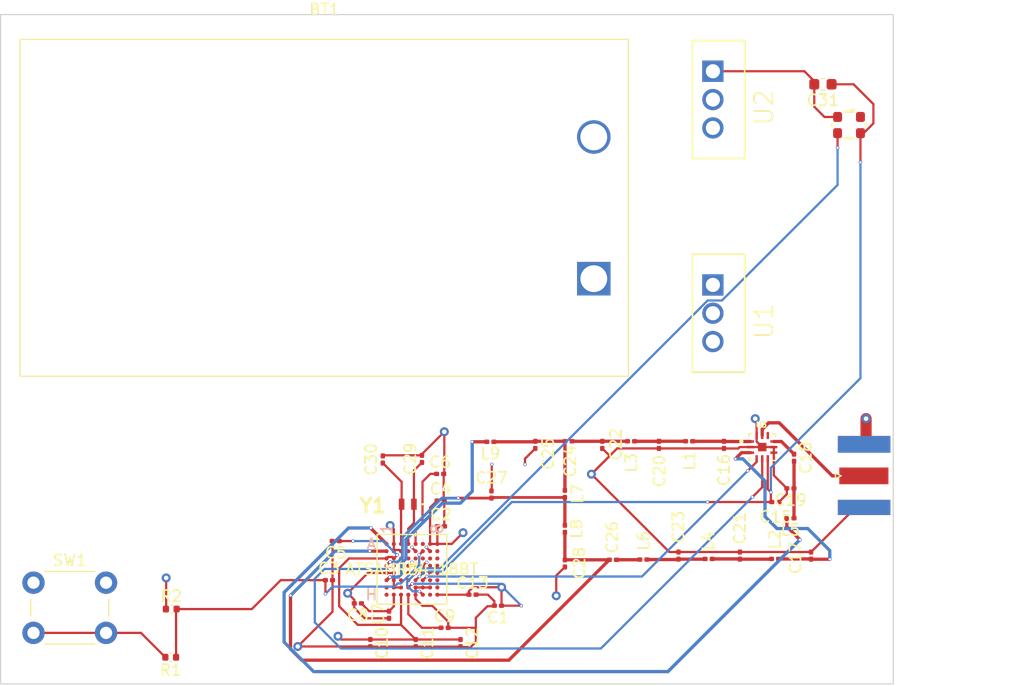
<source format=kicad_pcb>
(kicad_pcb (version 20211014) (generator pcbnew)
  (layers (0 "F.Cu" signal) (1 "In1.Cu" signal "GND") (2 "In2.Cu" signal "PWR") (31 "B.Cu" signal) (34 "B.Paste" user) (35 "F.Paste" user) (36 "B.SilkS" user "B.Silkscreen") (37 "F.SilkS" user "F.Silkscreen") (38 "B.Mask" user) (39 "F.Mask" user) (44 "Edge.Cuts" user))
  (net 0 "")
  (net 1 "Net-(BT1-Pad1)")
  (net 2 "GND")
  (net 3 "RFSW PWR")
  (net 4 "Net-(C16-Pad1)")
  (net 5 "Net-(C17-Pad1)")
  (net 6 "Net-(C18-Pad1)")
  (net 7 "Net-(C18-Pad2)")
  (net 8 "Net-(C20-Pad1)")
  (net 9 "Net-(C21-Pad1)")
  (net 10 "Net-(C22-Pad1)")
  (net 11 "Net-(C23-Pad1)")
  (net 12 "Net-(C24-Pad2)")
  (net 13 "Net-(C26-Pad1)")
  (net 14 "RFO HF")
  (net 15 "VR PA")
  (net 16 "PA01 XOUT32")
  (net 17 "PA00 XIN32")
  (net 18 "Net-(J1-Pad1)")
  (net 19 "RFI HF")
  (net 20 "PA BOOST")
  (net 21 "TXRX")
  (net 22 "BAND SEL")
  (net 23 "XTA")
  (net 25 "VDD")
  (net 26 "Net-(C3-Pad1)")
  (net 27 "VDDA")
  (net 28 "Net-(C6-Pad1)")
  (net 29 "Net-(C7-Pad1)")
  (net 30 "Net-(C9-Pad1)")
  (net 31 "Net-(R1-Pad2)")
  (net 36 "PA05 S0 UART RX")
  (net 41 "PA04 S0 UART TX")
  (footprint "Capacitor_SMD:C_0603_1608Metric" (layer "F.Cu") (at 110.3884 39.878 180)
    (fp_text reference "C31")
    (fp_text value "100nF")
  )
  (footprint "Inductor_SMD:L_0201_0603Metric" (layer "F.Cu") (at 93.2 71.875 180)
    (fp_text reference "L3")
    (fp_text value "10nH")
  )
  (footprint "Capacitor_SMD:C_0201_0603Metric" (layer "F.Cu") (at 76.5048 88.5952)
    (fp_text reference "C9")
    (fp_text value "100nF" hide)
  )
  (footprint "Capacitor_SMD:C_0201_0603Metric" (layer "F.Cu") (at 70.9676 73.5076 90)
    (fp_text reference "C30")
    (fp_text value "10pF")
  )
  (footprint "Capacitor_SMD:C_0201_0603Metric" (layer "F.Cu") (at 76.1 74.8)
    (fp_text reference "C6")
    (fp_text value "100nF" hide)
  )
  (footprint "Capacitor_SMD:C_0402_1005Metric" (layer "F.Cu") (at 51.9684 91.2368 180)
    (fp_text reference "R1")
    (fp_text value "330")
  )
  (footprint "footprints:ATSAMR34J18BT-I&slash_7JX" (layer "F.Cu") (at 73.5761 83.3578)
    (fp_text reference "U4")
    (fp_text value "ATSAMR34J18BT")
  )
  (footprint "Capacitor_SMD:C_0201_0603Metric" (layer "F.Cu") (at 66.7512 80.8228 180)
    (fp_text reference "C5")
    (fp_text value "100nF")
  )
  (footprint "Capacitor_SMD:C_0201_0603Metric" (layer "F.Cu") (at 106.125 77.325)
    (fp_text reference "C15")
    (fp_text value "1nF")
  )
  (footprint "Capacitor_SMD:C_0201_0603Metric" (layer "F.Cu") (at 68.7324 86.4108 180)
    (fp_text reference "C8")
    (fp_text value "100nF" hide)
  )
  (footprint "Inductor_SMD:L_0201_0603Metric" (layer "F.Cu") (at 100.15 82.425 180)
    (fp_text reference "L4")
    (fp_text value "10nH")
  )
  (footprint "Capacitor_SMD:C_0201_0603Metric" (layer "F.Cu") (at 76.175 79.5)
    (fp_text reference "C2")
    (fp_text value "100nF" hide)
  )
  (footprint "Capacitor_SMD:C_0201_0603Metric" (layer "F.Cu") (at 107.475 76.1 180)
    (fp_text reference "C19")
    (fp_text value "2.7pF")
  )
  (footprint "Oscillator_1:Oscilator_2.5x2.0" (layer "F.Cu") (at 112.7252 43.534 180)
    (fp_text reference "XC1" hide)
    (fp_text value "TYETBCSANF-32.000000")
  )
  (footprint "Capacitor_SMD:C_0201_0603Metric" (layer "F.Cu") (at 102.95 82.125 90)
    (fp_text reference "C21")
    (fp_text value "5.6pF")
  )
  (footprint "Capacitor_SMD:C_0201_0603Metric" (layer "F.Cu") (at 73.914 89.9668 -90)
    (fp_text reference "C11")
    (fp_text value "100nF" hide)
  )
  (footprint "Capacitor_SMD:C_0201_0603Metric" (layer "F.Cu") (at 74.4728 73.4568 90)
    (fp_text reference "C29")
    (fp_text value "10pF")
  )
  (footprint "Inductor_SMD:L_0201_0603Metric" (layer "F.Cu") (at 98.4 71.875 180)
    (fp_text reference "L1")
    (fp_text value "10nH")
  )
  (footprint "Button_Switch_THT:SW_PUSH_6mm" (layer "F.Cu") (at 39.6772 84.5524)
    (fp_text reference "SW1")
    (fp_text value "SW_Reset")
  )
  (footprint "Capacitor_SMD:C_0201_0603Metric" (layer "F.Cu") (at 95.7 72.2 -90)
    (fp_text reference "C20")
    (fp_text value "5.6pF")
  )
  (footprint "KiCad:ABS0532768KHZ9T" (layer "F.Cu") (at 73.2028 77.5208 180)
    (fp_text reference "Y1")
    (fp_text value "ABS05-32.768KHZ-9-T" hide)
  )
  (footprint "Capacitor_SMD:C_0201_0603Metric" (layer "F.Cu") (at 87.6 71.875 180)
    (fp_text reference "C24")
    (fp_text value "18pF")
  )
  (footprint "Battery:BatteryHolder_Eagle_12BH611-GR" (layer "F.Cu") (at 89.8652 57.3024)
    (fp_text reference "BT1")
    (fp_text value "Battery")
  )
  (footprint "Inductor_SMD:L_0201_0603Metric" (layer "F.Cu") (at 80.6 71.925 180)
    (fp_text reference "L9")
    (fp_text value "2.2nH")
  )
  (footprint "Capacitor_SMD:C_0402_1005Metric" (layer "F.Cu") (at 52.0192 86.9188)
    (fp_text reference "R2")
    (fp_text value "10K")
  )
  (footprint "Capacitor_SMD:C_0201_0603Metric" (layer "F.Cu") (at 77.9272 89.9668 -90)
    (fp_text reference "C12")
    (fp_text value "4.7pF")
  )
  (footprint "LM1117T-3:TO254P470X1016X2222-3P" (layer "F.Cu") (at 101.5492 62.9412 -90)
    (fp_text reference "U1")
    (fp_text value "LM1117-3.3")
  )
  (footprint "Capacitor_SMD:C_0201_0603Metric" (layer "F.Cu") (at 80.7 76.65 90)
    (fp_text reference "C27")
    (fp_text value "4.7nF")
  )
  (footprint "Capacitor_SMD:C_0201_0603Metric" (layer "F.Cu") (at 90.625 72.2 -90)
    (fp_text reference "C22")
    (fp_text value "3.3pF")
  )
  (footprint "Capacitor_SMD:C_0201_0603Metric" (layer "F.Cu") (at 87.275 82.825 -90)
    (fp_text reference "C28")
    (fp_text value "3.9pF")
  )
  (footprint "LM1117T-3:TO254P470X1016X2222-3P" (layer "F.Cu") (at 101.5492 43.7896 -90)
    (fp_text reference "U2")
    (fp_text value "LM1117-3.3")
  )
  (footprint "Capacitor_SMD:C_0201_0603Metric" (layer "F.Cu") (at 107.8 73.35 -90)
    (fp_text reference "C18")
    (fp_text value "47pF")
  )
  (footprint "Capacitor_SMD:C_0201_0603Metric" (layer "F.Cu") (at 79 85.625)
    (fp_text reference "C13")
    (fp_text value "100nF" hide)
  )
  (footprint "Inductor_SMD:L_0201_0603Metric" (layer "F.Cu") (at 107.475 78.775 180)
    (fp_text reference "L5")
    (fp_text value "10nH")
  )
  (footprint "Capacitor_SMD:C_0201_0603Metric" (layer "F.Cu") (at 81.28 86.614 180)
    (fp_text reference "C1")
    (fp_text value "100nF" hide)
  )
  (footprint "Inductor_SMD:L_0201_0603Metric" (layer "F.Cu") (at 94.3 82.48 180)
    (fp_text reference "L6")
    (fp_text value "11nH")
  )
  (footprint "Capacitor_SMD:C_0201_0603Metric" (layer "F.Cu") (at 71.5264 87.4268 -90)
    (fp_text reference "C7")
    (fp_text value "33pF")
  )
  (footprint "Inductor_SMD:L_0201_0603Metric" (layer "F.Cu") (at 87.275 76.595 -90)
    (fp_text reference "L7")
    (fp_text value "33nH")
  )
  (footprint "Inductor_SMD:L_0201_0603Metric" (layer "F.Cu") (at 87.275 79.725 -90)
    (fp_text reference "L8")
    (fp_text value "33nH")
  )
  (footprint "Capacitor_SMD:C_0201_0603Metric" (layer "F.Cu") (at 101.525 72.2 -90)
    (fp_text reference "C16")
    (fp_text value "3.3pF")
  )
  (footprint "Capacitor_SMD:C_0201_0603Metric" (layer "F.Cu") (at 76.15 77.2)
    (fp_text reference "C4")
    (fp_text value "100nF" hide)
  )
  (footprint "Capacitor_SMD:C_0201_0603Metric" (layer "F.Cu") (at 109.325 82.125 90)
    (fp_text reference "C17")
    (fp_text value "3.3pF")
  )
  (footprint "SKY13373-460LF:QFN50P200X200X65-13N" (layer "F.Cu") (at 104.95 72.4)
    (fp_text reference "U3")
    (fp_text value "SKY13373-460LF")
  )
  (footprint "Capacitor_SMD:C_0201_0603Metric" (layer "F.Cu") (at 97.45 82.125 90)
    (fp_text reference "C23")
    (fp_text value "8.2pF")
  )
  (footprint "Capacitor_SMD:C_0201_0603Metric" (layer "F.Cu") (at 91.575 82.5 180)
    (fp_text reference "C26")
    (fp_text value "22pF")
  )
  (footprint "Inductor_SMD:L_0201_0603Metric" (layer "F.Cu") (at 106.1 82.425 180)
    (fp_text reference "L2")
    (fp_text value "10nH")
  )
  (footprint "Capacitor_SMD:C_0201_0603Metric" (layer "F.Cu") (at 66.1416 84.328)
    (fp_text reference "C3")
    (fp_text value "100nF" hide)
  )
  (footprint "SMA:SMA_J_P_X_ST_EM1_EdgeMount" (layer "F.Cu") (at 113.9263 74.9808)
    (fp_text reference "J1" hide)
    (fp_text value "SMA_CONNECTOR")
  )
  (footprint "Capacitor_SMD:C_0201_0603Metric" (layer "F.Cu") (at 69.85 89.9668 -90)
    (fp_text reference "C10")
    (fp_text value "100nF" hide)
  )
  (footprint "Capacitor_SMD:C_0201_0603Metric" (layer "F.Cu") (at 84.625 72.2 -90)
    (fp_text reference "C25")
    (fp_text value "3.9pF")
  )
  (gr_rect (start 36.7284 33.6296) (end 116.6876 93.6244) (layer "Edge.Cuts") (width 0.1) (fill none))
  (segment (start 77.9628 90.3224) (end 77.9272 90.2868) (width 0.2) (layer "F.Cu") (net 2))
  (segment (start 71.9511 84.3328) (end 71.9511 83.6828) (width 0.2) (layer "F.Cu") (net 2))
  (segment (start 80.725 73.95) (end 80.725 76.305) (width 0.2) (layer "F.Cu") (net 2))
  (segment (start 72.0589 81.625) (end 71.9511 81.7328) (width 0.2) (layer "F.Cu") (net 2))
  (segment (start 73.575 82.725) (end 73.5589 82.725) (width 0.2) (layer "F.Cu") (net 2))
  (segment (start 86.5 83.92) (end 87.275 83.145) (width 0.2) (layer "F.Cu") (net 2))
  (segment (start 86.5 85.725) (end 86.5 83.92) (width 0.2) (layer "F.Cu") (net 2))
  (segment (start 76.47 77.2) (end 76.47 79.475) (width 0.2) (layer "F.Cu") (net 2))
  (segment (start 74.5511 84.9828) (end 75.2011 84.9828) (width 0.2) (layer "F.Cu") (net 2))
  (segment (start 69.6316 83.6828) (end 67.818 85.4964) (width 0.2) (layer "F.Cu") (net 2))
  (segment (start 100.5332 38.7096) (end 108.725 38.7096) (width 0.2) (layer "F.Cu") (net 2))
  (segment (start 104.45 71.36) (end 104.45 69.975) (width 0.2) (layer "F.Cu") (net 2))
  (segment (start 73.9011 86.0011) (end 74.525 86.625) (width 0.2) (layer "F.Cu") (net 2))
  (segment (start 73.9011 85.6328) (end 73.9011 86.0011) (width 0.2) (layer "F.Cu") (net 2))
  (segment (start 71.5264 87.7468) (end 69.338715 87.7468) (width 0.2) (layer "F.Cu") (net 2))
  (segment (start 83.7 73.445) (end 84.625 72.52) (width 0.2) (layer "F.Cu") (net 2))
  (segment (start 114.25 71.9821) (end 114.0763 72.1558) (width 1) (layer "F.Cu") (net 2))
  (segment (start 76.42 74.8) (end 76.475 74.745) (width 0.2) (layer "F.Cu") (net 2))
  (segment (start 79.2988 88.7984) (end 79.2988 89.8652) (width 0.2) (layer "F.Cu") (net 2))
  (segment (start 80.3352 86.6648) (end 80.9092 86.6648) (width 0.2) (layer "F.Cu") (net 2))
  (segment (start 74.4728 73.1368) (end 74.4728 73.0272) (width 0.2) (layer "F.Cu") (net 2))
  (segment (start 109.6264 40.119) (end 109.8674 39.878) (width 0.2) (layer "F.Cu") (net 2))
  (segment (start 73.914 90.2868) (end 77.9272 90.2868) (width 0.2) (layer "F.Cu") (net 2))
  (segment (start 73.575 81.4067) (end 73.9011 81.7328) (width 0.2) (layer "F.Cu") (net 2))
  (segment (start 107.155 76.615) (end 106.445 77.325) (width 0.2) (layer "F.Cu") (net 2))
  (segment (start 80.96 86.21) (end 80.375 85.625) (width 0.2) (layer "F.Cu") (net 2))
  (segment (start 80.96 86.614) (end 80.96 86.21) (width 0.2) (layer "F.Cu") (net 2))
  (segment (start 104.95 72.4) (end 104.45 71.9) (width 0.2) (layer "F.Cu") (net 2))
  (segment (start 69.338715 87.7468) (end 68.4124 86.820485) (width 0.2) (layer "F.Cu") (net 2))
  (segment (start 69.85 90.2868) (end 73.914 90.2868) (width 0.2) (layer "F.Cu") (net 2))
  (segment (start 71.9511 81.0828) (end 71.9511 79.7511) (width 0.2) (layer "F.Cu") (net 2))
  (segment (start 89.65 74.825) (end 91.955 72.52) (width 0.2) (layer "F.Cu") (net 2))
  (segment (start 74.9 82.725) (end 74.8589 82.725) (width 0.2) (layer "F.Cu") (net 2))
  (segment (start 91.955 72.52) (end 95.7 72.52) (width 0.2) (layer "F.Cu") (net 2))
  (segment (start 71.9511 83.6828) (end 71.3011 83.6828) (width 0.2) (layer "F.Cu") (net 2))
  (segment (start 72.4933 81.625) (end 72.0589 81.625) (width 0.2) (layer "F.Cu") (net 2))
  (segment (start 68.4124 86.820485) (end 68.4124 86.4108) (width 0.2) (layer "F.Cu") (net 2))
  (segment (start 73.5589 82.725) (end 73.2511 83.0328) (width 0.2) (layer "F.Cu") (net 2))
  (segment (start 105.99 72.4) (end 105.99 72.9) (width 0.2) (layer "F.Cu") (net 2))
  (segment (start 79.2988 87.7012) (end 80.3352 86.6648) (width 0.2) (layer "F.Cu") (net 2))
  (segment (start 104.95 72.4) (end 105.99 72.4) (width 0.2) (layer "F.Cu") (net 2))
  (segment (start 69.8348 90.2716) (end 69.85 90.2868) (width 0.2) (layer "F.Cu") (net 2))
  (segment (start 72.6011 84.9828) (end 71.9511 84.9828) (width 0.2) (layer "F.Cu") (net 2))
  (segment (start 108.725 38.7096) (end 109.8934 39.878) (width 0.2) (layer "F.Cu") (net 2))
  (segment (start 79.2988 88.5952) (end 79.2988 87.7012) (width 0.2) (layer "F.Cu") (net 2))
  (segment (start 79.2988 88.5952) (end 79.2988 88.7984) (width 0.2) (layer "F.Cu") (net 2))
  (segment (start 76.47 79.475) (end 76.495 79.5) (width 0.2) (layer "F.Cu") (net 2))
  (segment (start 73.575 81.375) (end 73.575 81.4067) (width 0.2) (layer "F.Cu") (net 2))
  (segment (start 71.9511 84.9828) (end 71.9511 84.3328) (width 0.2) (layer "F.Cu") (net 2))
  (segment (start 80.9092 86.6648) (end 80.96 86.614) (width 0.2) (layer "F.Cu") (net 2))
  (segment (start 75.4 86.625) (end 76.8248 88.0498) (width 0.2) (layer "F.Cu") (net 2))
  (segment (start 110.5254 42.809) (end 111.700201 42.809) (width 0.2) (layer "F.Cu") (net 2))
  (segment (start 114.0763 77.8058) (end 113.3242 77.8058) (width 0.2) (layer "F.Cu") (net 2))
  (segment (start 71.0184 73.1368) (end 70.9676 73.1876) (width 0.2) (layer "F.Cu") (net 2))
  (segment (start 73.9011 85.6328) (end 73.9011 84.9828) (width 0.2) (layer "F.Cu") (net 2))
  (segment (start 95.7 72.52) (end 101.525 72.52) (width 0.2) (layer "F.Cu") (net 2))
  (segment (start 63.3476 90.2716) (end 69.8348 90.2716) (width 0.2) (layer "F.Cu") (net 2))
  (segment (start 89.65 74.825) (end 96.63 81.805) (width 0.2) (layer "F.Cu") (net 2))
  (segment (start 74.4728 73.0272) (end 76.475 71.025) (width 0.2) (layer "F.Cu") (net 2))
  (segment (start 68.4124 86.4108) (end 68.4124 86.0908) (width 0.2) (layer "F.Cu") (net 2))
  (segment (start 113.7913 72.4408) (end 114.0763 72.1558) (width 0.2) (layer "F.Cu") (net 2))
  (segment (start 80.725 76.305) (end 80.7 76.33) (width 0.2) (layer "F.Cu") (net 2))
  (segment (start 91.275 73.2) (end 91.275 73.17) (width 0.2) (layer "F.Cu") (net 2))
  (segment (start 74.525 86.625) (end 75.4 86.625) (width 0.2) (layer "F.Cu") (net 2))
  (segment (start 101.53 72.525) (end 101.525 72.52) (width 0.2) (layer "F.Cu") (net 2))
  (segment (start 109.6134 39.878) (end 109.6134 41.897) (width 0.2) (layer "F.Cu") (net 2))
  (segment (start 74.8589 82.725) (end 74.5511 83.0328) (width 0.2) (layer "F.Cu") (net 2))
  (segment (start 66.4616 87.1576) (end 63.3476 90.2716) (width 0.2) (layer "F.Cu") (net 2))
  (segment (start 96.63 81.805) (end 97.45 81.805) (width 0.2) (layer "F.Cu") (net 2))
  (segment (start 103.91 72.4) (end 102.925 72.4) (width 0.2) (layer "F.Cu") (net 2))
  (segment (start 107.155 76.1) (end 107.155 76.615) (width 0.2) (layer "F.Cu") (net 2))
  (segment (start 104.45 69.975) (end 104.325 69.85) (width 0.2) (layer "F.Cu") (net 2))
  (segment (start 66.4616 80.8532) (end 66.4312 80.8228) (width 0.2) (layer "F.Cu") (net 2))
  (segment (start 72.6011 81.7328) (end 72.4933 81.625) (width 0.2) (layer "F.Cu") (net 2))
  (segment (start 76.8248 88.5952) (end 79.2988 88.5952) (width 0.2) (layer "F.Cu") (net 2))
  (segment (start 114.25 69.85) (end 114.25 71.9821) (width 1) (layer "F.Cu") (net 2))
  (segment (start 76.42 74.8) (end 76.42 77.15) (width 0.2) (layer "F.Cu") (net 2))
  (segment (start 71.3011 83.6828) (end 69.6316 83.6828) (width 0.2) (layer "F.Cu") (net 2))
  (segment (start 76.475 74.745) (end 76.475 71.025) (width 0.2) (layer "F.Cu") (net 2))
  (segment (start 103.91 72.4) (end 104.95 72.4) (width 0.2) (layer "F.Cu") (net 2))
  (segment (start 91.275 73.17) (end 90.625 72.52) (width 0.2) (layer "F.Cu") (net 2))
  (segment (start 66.4616 84.328) (end 66.4616 80.8532) (width 0.2) (layer "F.Cu") (net 2))
  (segment (start 113.3242 77.8058) (end 109.325 81.805) (width 0.2) (layer "F.Cu") (net 2))
  (segment (start 109.325 81.805) (end 102.95 81.805) (width 0.2) (layer "F.Cu") (net 2))
  (segment (start 104.45 71.9) (end 104.45 71.36) (width 0.2) (layer "F.Cu") (net 2))
  (segment (start 102.8 72.525) (end 101.53 72.525) (width 0.2) (layer "F.Cu") (net 2))
  (segment (start 105.99 74.935) (end 107.155 76.1) (width 0.2) (layer "F.Cu") (net 2))
  (segment (start 74.4728 73.1368) (end 71.0184 73.1368) (width 0.2) (layer "F.Cu") (net 2))
  (segment (start 80.375 85.625) (end 79.32 85.625) (width 0.2) (layer "F.Cu") (net 2))
  (segment (start 66.4616 84.328) (end 66.4616 87.1576) (width 0.2) (layer "F.Cu") (net 2))
  (segment (start 102.925 72.4) (end 102.8 72.525) (width 0.2) (layer "F.Cu") (net 2))
  (segment (start 78.8416 90.3224) (end 77.9628 90.3224) (width 0.2) (layer "F.Cu") (net 2))
  (segment (start 76.8248 88.0498) (end 76.8248 88.5952) (width 0.2) (layer "F.Cu") (net 2))
  (segment (start 74.875 81.4067) (end 75.2011 81.7328) (width 0.2) (layer "F.Cu") (net 2))
  (segment (start 68.4124 86.0908) (end 67.818 85.4964) (width 0.2) (layer "F.Cu") (net 2))
  (segment (start 74.875 81.375) (end 74.875 81.4067) (width 0.2) (layer "F.Cu") (net 2))
  (segment (start 83.7 73.95) (end 83.7 73.445) (width 0.2) (layer "F.Cu") (net 2))
  (segment (start 109.6134 41.897) (end 110.5254 42.809) (width 0.2) (layer "F.Cu") (net 2))
  (segment (start 102.95 81.805) (end 97.45 81.805) (width 0.2) (layer "F.Cu") (net 2))
  (segment (start 71.9511 79.7511) (end 71.625 79.425) (width 0.2) (layer "F.Cu") (net 2))
  (segment (start 71.9511 81.7328) (end 71.9511 81.0828) (width 0.2) (layer "F.Cu") (net 2))
  (segment (start 105.99 72.9) (end 105.99 74.935) (width 0.2) (layer "F.Cu") (net 2))
  (segment (start 73.9011 84.9828) (end 74.5511 84.9828) (width 0.2) (layer "F.Cu") (net 2))
  (segment (start 76.42 77.15) (end 76.47 77.2) (width 0.2) (layer "F.Cu") (net 2))
  (segment (start 89.65 74.825) (end 91.275 73.2) (width 0.2) (layer "F.Cu") (net 2))
  (segment (start 79.2988 89.8652) (end 78.8416 90.3224) (width 0.2) (layer "F.Cu") (net 2))
  (via (at 89.65 74.825) (size 0.8) (drill 0.4) (layers "F.Cu" "B.Cu") (net 2))
  (via (at 86.5 85.725) (size 0.8) (drill 0.4) (layers "F.Cu" "B.Cu") (net 2))
  (via (at 80.725 73.95) (size 0.3) (drill 0.2) (layers "F.Cu" "B.Cu") (net 2))
  (via (at 63.3476 90.2716) (size 0.8) (drill 0.4) (layers "F.Cu" "B.Cu") (net 2))
  (via (at 73.575 81.375) (size 0.3) (drill 0.2) (layers "F.Cu" "B.Cu") (net 2))
  (via (at 104.325 69.85) (size 0.8) (drill 0.4) (layers "F.Cu" "B.Cu") (net 2))
  (via (at 74.875 81.375) (size 0.3) (drill 0.2) (layers "F.Cu" "B.Cu") (net 2))
  (via (at 74.9 82.725) (size 0.3) (drill 0.2) (layers "F.Cu" "B.Cu") (net 2))
  (via (at 114.25 69.85) (size 0.8) (drill 0.4) (layers "F.Cu" "B.Cu") (net 2))
  (via (at 83.7 73.95) (size 0.3) (drill 0.2) (layers "F.Cu" "B.Cu") (net 2))
  (via (at 71.625 79.425) (size 0.8) (drill 0.4) (layers "F.Cu" "B.Cu") (net 2))
  (via (at 67.818 85.4964) (size 0.8) (drill 0.4) (layers "F.Cu" "B.Cu") (net 2))
  (via (at 73.575 82.725) (size 0.3) (drill 0.2) (layers "F.Cu" "B.Cu") (net 2))
  (via (at 76.475 71.025) (size 0.8) (drill 0.4) (layers "F.Cu" "B.Cu") (net 2))
  (segment (start 111.4174 39.878) (end 113.1316 39.878) (width 0.2) (layer "F.Cu") (net 3))
  (segment (start 105.725 77.245) (end 105.805 77.325) (width 0.2) (layer "F.Cu") (net 3))
  (segment (start 74.2339 84) (end 73.910148 84.323752) (width 0.2) (layer "F.Cu") (net 3))
  (segment (start 113.7502 44.259) (end 113.7502 46.8752) (width 0.2) (layer "F.Cu") (net 3))
  (segment (start 114.9096 43.3832) (end 114.0338 44.259) (width 0.2) (layer "F.Cu") (net 3))
  (segment (start 113.1316 39.878) (end 114.9096 41.656) (width 0.2) (layer "F.Cu") (net 3))
  (segment (start 114.0338 44.259) (end 113.7502 44.259) (width 0.2) (layer "F.Cu") (net 3))
  (segment (start 105.725 76.45) (end 105.725 77.245) (width 0.2) (layer "F.Cu") (net 3))
  (segment (start 105.45 76.175) (end 105.45 73.44) (width 0.2) (layer "F.Cu") (net 3))
  (segment (start 105.725 76.45) (end 105.45 76.175) (width 0.2) (layer "F.Cu") (net 3))
  (segment (start 114.9096 41.656) (end 114.9096 43.3832) (width 0.2) (layer "F.Cu") (net 3))
  (segment (start 74.25 84) (end 74.2339 84) (width 0.2) (layer "F.Cu") (net 3))
  (segment (start 105.805 77.325) (end 100.05 77.325) (width 0.2) (layer "F.Cu") (net 3))
  (via (at 74.25 84) (size 0.3) (drill 0.2) (layers "F.Cu" "B.Cu") (net 3))
  (via (at 113.7502 46.8752) (size 0.3) (drill 0.2) (layers "F.Cu" "B.Cu") (net 3))
  (via (at 105.725 76.45) (size 0.3) (drill 0.2) (layers "F.Cu" "B.Cu") (net 3))
  (via (at 100.05 77.325) (size 0.3) (drill 0.2) (layers "F.Cu" "B.Cu") (net 3))
  (segment (start 105.725 76.45) (end 105.725 74.25) (width 0.2) (layer "B.Cu") (net 3))
  (segment (start 105.725 74.25) (end 113.7502 66.2248) (width 0.2) (layer "B.Cu") (net 3))
  (segment (start 113.7502 66.2248) (end 113.7502 46.8752) (width 0.2) (layer "B.Cu") (net 3))
  (segment (start 76.3 83.55) (end 74.7 83.55) (width 0.2) (layer "B.Cu") (net 3))
  (segment (start 74.7 83.55) (end 74.25 84) (width 0.2) (layer "B.Cu") (net 3))
  (segment (start 100.05 77.325) (end 82.525 77.325) (width 0.2) (layer "B.Cu") (net 3))
  (segment (start 82.525 77.325) (end 76.3 83.55) (width 0.2) (layer "B.Cu") (net 3))
  (segment (start 101.545 71.9) (end 101.525 71.88) (width 0.25) (layer "F.Cu") (net 4))
  (segment (start 103.91 71.9) (end 101.545 71.9) (width 0.29337) (layer "F.Cu") (net 4))
  (segment (start 101.525 71.88) (end 98.725 71.88) (width 0.29337) (layer "F.Cu") (net 4))
  (segment (start 98.725 71.88) (end 98.72 71.875) (width 0.25) (layer "F.Cu") (net 4))
  (segment (start 109.33 82.45) (end 109.325 82.445) (width 0.2) (layer "F.Cu") (net 5))
  (segment (start 109.305 82.425) (end 109.325 82.445) (width 0.25) (layer "F.Cu") (net 5))
  (segment (start 103.91 72.9) (end 103.1 72.9) (width 0.29337) (layer "F.Cu") (net 5))
  (segment (start 111 82.45) (end 109.33 82.45) (width 0.29337) (layer "F.Cu") (net 5))
  (segment (start 106.42 82.425) (end 109.305 82.425) (width 0.29337) (layer "F.Cu") (net 5))
  (segment (start 103.1 72.9) (end 102.55 73.45) (width 0.29337) (layer "F.Cu") (net 5))
  (via (at 102.55 73.45) (size 0.3) (drill 0.2) (layers "F.Cu" "B.Cu") (net 5))
  (via (at 111 82.45) (size 0.3) (drill 0.2) (layers "F.Cu" "B.Cu") (net 5))
  (segment (start 102.55 73.45) (end 103.211397 73.45) (width 0.29337) (layer "B.Cu") (net 5))
  (segment (start 109.025 79.7) (end 111 81.675) (width 0.29337) (layer "B.Cu") (net 5))
  (segment (start 111 81.675) (end 111 82.45) (width 0.29337) (layer "B.Cu") (net 5))
  (segment (start 106.275 79.7) (end 109.025 79.7) (width 0.29337) (layer "B.Cu") (net 5))
  (segment (start 105.2 75.438603) (end 105.2 78.625) (width 0.29337) (layer "B.Cu") (net 5))
  (segment (start 103.211397 73.45) (end 105.2 75.438603) (width 0.29337) (layer "B.Cu") (net 5))
  (segment (start 105.2 78.625) (end 106.275 79.7) (width 0.29337) (layer "B.Cu") (net 5))
  (segment (start 106.67 71.9) (end 107.8 73.03) (width 0.29337) (layer "F.Cu") (net 6))
  (segment (start 105.99 71.9) (end 106.67 71.9) (width 0.29337) (layer "F.Cu") (net 6))
  (segment (start 107.795 76.1) (end 107.795 78.775) (width 0.29337) (layer "F.Cu") (net 7))
  (segment (start 107.8 73.67) (end 107.8 76.095) (width 0.29337) (layer "F.Cu") (net 7))
  (segment (start 107.8 76.095) (end 107.795 76.1) (width 0.2) (layer "F.Cu") (net 7))
  (segment (start 98.08 71.875) (end 95.705 71.875) (width 0.29337) (layer "F.Cu") (net 8))
  (segment (start 95.7 71.88) (end 93.525 71.88) (width 0.29337) (layer "F.Cu") (net 8))
  (segment (start 95.705 71.875) (end 95.7 71.88) (width 0.25) (layer "F.Cu") (net 8))
  (segment (start 93.525 71.88) (end 93.52 71.875) (width 0.25) (layer "F.Cu") (net 8))
  (segment (start 102.93 82.425) (end 102.95 82.445) (width 0.25) (layer "F.Cu") (net 9))
  (segment (start 102.95 82.445) (end 105.76 82.445) (width 0.29337) (layer "F.Cu") (net 9))
  (segment (start 105.76 82.445) (end 105.78 82.425) (width 0.25) (layer "F.Cu") (net 9))
  (segment (start 100.47 82.425) (end 102.93 82.425) (width 0.29337) (layer "F.Cu") (net 9))
  (segment (start 90.63 71.875) (end 90.625 71.88) (width 0.25) (layer "F.Cu") (net 10))
  (segment (start 90.625 71.88) (end 87.925 71.88) (width 0.29337) (layer "F.Cu") (net 10))
  (segment (start 92.88 71.875) (end 90.63 71.875) (width 0.29337) (layer "F.Cu") (net 10))
  (segment (start 87.925 71.88) (end 87.92 71.875) (width 0.25) (layer "F.Cu") (net 10))
  (segment (start 97.415 82.48) (end 97.45 82.445) (width 0.25) (layer "F.Cu") (net 11))
  (segment (start 99.81 82.445) (end 99.83 82.425) (width 0.25) (layer "F.Cu") (net 11))
  (segment (start 94.62 82.48) (end 97.415 82.48) (width 0.29337) (layer "F.Cu") (net 11))
  (segment (start 97.45 82.445) (end 99.81 82.445) (width 0.29337) (layer "F.Cu") (net 11))
  (segment (start 84.63 71.875) (end 84.625 71.88) (width 0.25) (layer "F.Cu") (net 12))
  (segment (start 84.625 71.88) (end 84.58 71.925) (width 0.25) (layer "F.Cu") (net 12))
  (segment (start 84.58 71.925) (end 80.92 71.925) (width 0.29337) (layer "F.Cu") (net 12))
  (segment (start 87.28 76.27) (end 87.275 76.275) (width 0.25) (layer "F.Cu") (net 12))
  (segment (start 87.28 71.875) (end 84.63 71.875) (width 0.29337) (layer "F.Cu") (net 12))
  (segment (start 87.28 71.875) (end 87.28 76.27) (width 0.29337) (layer "F.Cu") (net 12))
  (segment (start 93.96 82.5) (end 93.98 82.48) (width 0.25) (layer "F.Cu") (net 13))
  (segment (start 91.895 82.5) (end 93.96 82.5) (width 0.29337) (layer "F.Cu") (net 13))
  (segment (start 69.8 81.725) (end 71.2933 81.725) (width 0.29337) (layer "F.Cu") (net 14))
  (segment (start 87.275 80.045) (end 87.275 82.505) (width 0.29337) (layer "F.Cu") (net 14))
  (segment (start 62.7 90.492328) (end 62.7 85.7) (width 0.29337) (layer "F.Cu") (net 14))
  (segment (start 82.255 91.5) (end 63.707672 91.5) (width 0.29337) (layer "F.Cu") (net 14))
  (segment (start 91.255 82.5) (end 82.255 91.5) (width 0.29337) (layer "F.Cu") (net 14))
  (segment (start 87.275 82.505) (end 91.25 82.505) (width 0.29337) (layer "F.Cu") (net 14))
  (segment (start 63.707672 91.5) (end 62.7 90.492328) (width 0.29337) (layer "F.Cu") (net 14))
  (segment (start 71.2933 81.725) (end 71.3011 81.7328) (width 0.25) (layer "F.Cu") (net 14))
  (segment (start 91.25 82.505) (end 91.255 82.5) (width 0.25) (layer "F.Cu") (net 14))
  (via (at 69.8 81.725) (size 0.3) (drill 0.2) (layers "F.Cu" "B.Cu") (net 14))
  (via (at 62.7 85.7) (size 0.3) (drill 0.2) (layers "F.Cu" "B.Cu") (net 14))
  (segment (start 66.675 81.725) (end 69.8 81.725) (width 0.29337) (layer "B.Cu") (net 14))
  (segment (start 62.7 85.7) (end 66.675 81.725) (width 0.29337) (layer "B.Cu") (net 14))
  (segment (start 71.625 82.7) (end 71.578248 82.7) (width 0.25) (layer "F.Cu") (net 15))
  (segment (start 87.275 76.915) (end 80.755 76.915) (width 0.25) (layer "F.Cu") (net 15))
  (segment (start 80.7 76.97) (end 77.73 76.97) (width 0.25) (layer "F.Cu") (net 15))
  (segment (start 77.73 76.97) (end 77.725 76.975) (width 0.25) (layer "F.Cu") (net 15))
  (segment (start 87.275 76.915) (end 87.275 79.405) (width 0.29337) (layer "F.Cu") (net 15))
  (segment (start 71.578248 82.7) (end 71.273274 83.004974) (width 0.25) (layer "F.Cu") (net 15))
  (segment (start 80.755 76.915) (end 80.7 76.97) (width 0.25) (layer "F.Cu") (net 15))
  (via (at 71.625 82.7) (size 0.3) (drill 0.2) (layers "F.Cu" "B.Cu") (net 15))
  (via (at 77.725 76.975) (size 0.3) (drill 0.2) (layers "F.Cu" "B.Cu") (net 15))
  (segment (start 72.725 80.5) (end 72.725 82.271752) (width 0.25) (layer "B.Cu") (net 15))
  (segment (start 76.25 76.975) (end 72.725 80.5) (width 0.25) (layer "B.Cu") (net 15))
  (segment (start 72.296752 82.7) (end 71.625 82.7) (width 0.25) (layer "B.Cu") (net 15))
  (segment (start 77.725 76.975) (end 76.25 76.975) (width 0.25) (layer "B.Cu") (net 15))
  (segment (start 72.725 82.271752) (end 72.296752 82.7) (width 0.25) (layer "B.Cu") (net 15))
  (segment (start 73.7528 79.206) (end 73.7528 77.5208) (width 0.2) (layer "F.Cu") (net 16))
  (segment (start 73.7528 74.4968) (end 74.4728 73.7768) (width 0.2) (layer "F.Cu") (net 16))
  (segment (start 73.7528 77.5208) (end 73.7528 74.4968) (width 0.2) (layer "F.Cu") (net 16))
  (segment (start 73.2511 81.0828) (end 73.2511 79.7077) (width 0.2) (layer "F.Cu") (net 16))
  (segment (start 73.2511 79.7077) (end 73.7528 79.206) (width 0.2) (layer "F.Cu") (net 16))
  (segment (start 72.6011 81.0828) (end 72.6011 77.7337) (width 0.2) (layer "F.Cu") (net 17))
  (segment (start 72.6528 75.5128) (end 70.9676 73.8276) (width 0.2) (layer "F.Cu") (net 17))
  (segment (start 72.6011 77.7337) (end 72.814 77.5208) (width 0.2) (layer "F.Cu") (net 17))
  (segment (start 72.6528 77.5208) (end 72.6528 75.5128) (width 0.2) (layer "F.Cu") (net 17))
  (segment (start 105.525 70.225) (end 104.95 70.8) (width 0.29337) (layer "F.Cu") (net 18))
  (segment (start 111.2308 74.9808) (end 106.475 70.225) (width 0.29337) (layer "F.Cu") (net 18))
  (segment (start 104.95 70.8) (end 104.95 71.36) (width 0.29337) (layer "F.Cu") (net 18))
  (segment (start 114.0533 74.9808) (end 111.2308 74.9808) (width 0.29337) (layer "F.Cu") (net 18))
  (segment (start 106.475 70.225) (end 105.525 70.225) (width 0.29337) (layer "F.Cu") (net 18))
  (segment (start 69.9 79.65) (end 69.9 79.6817) (width 0.2) (layer "F.Cu") (net 19))
  (segment (start 69.9 79.6817) (end 71.3011 81.0828) (width 0.29337) (layer "F.Cu") (net 19))
  (segment (start 107.155 79.53) (end 108.325 80.7) (width 0.29337) (layer "F.Cu") (net 19))
  (segment (start 107.155 78.775) (end 107.155 79.53) (width 0.29337) (layer "F.Cu") (net 19))
  (via (at 108.325 80.7) (size 0.3) (drill 0.2) (layers "F.Cu" "B.Cu") (net 19))
  (via (at 69.9 79.65) (size 0.3) (drill 0.2) (layers "F.Cu" "B.Cu") (net 19))
  (segment (start 64.767428 92.5244) (end 62.125 89.881972) (width 0.29337) (layer "B.Cu") (net 19))
  (segment (start 62.125 89.881972) (end 62.125 85.425) (width 0.29337) (layer "B.Cu") (net 19))
  (segment (start 64.95 92.5244) (end 64.767428 92.5244) (width 0.2) (layer "B.Cu") (net 19))
  (segment (start 108.325 80.7) (end 96.5006 92.5244) (width 0.29337) (layer "B.Cu") (net 19))
  (segment (start 62.125 85.425) (end 67.9 79.65) (width 0.29337) (layer "B.Cu") (net 19))
  (segment (start 67.9 79.65) (end 69.9 79.65) (width 0.29337) (layer "B.Cu") (net 19))
  (segment (start 69.9 79.65) (end 69.925 79.65) (width 0.2) (layer "B.Cu") (net 19))
  (segment (start 96.5006 92.5244) (end 64.95 92.5244) (width 0.29337) (layer "B.Cu") (net 19))
  (segment (start 71.6089 84.025) (end 71.625 84.025) (width 0.2) (layer "F.Cu") (net 20))
  (segment (start 71.3011 84.3328) (end 71.6 84.05) (width 0.29337) (layer "F.Cu") (net 20))
  (segment (start 71.6 84.05) (end 71.6089 84.025) (width 0.2) (layer "F.Cu") (net 20))
  (segment (start 80.28 71.925) (end 78.975 71.925) (width 0.29337) (layer "F.Cu") (net 20))
  (via (at 71.6 84.05) (size 0.3) (drill 0.2) (layers "F.Cu" "B.Cu") (net 20))
  (via (at 71.6 84.05) (size 0.3) (drill 0.2) (layers "F.Cu" "B.Cu") (net 20))
  (via (at 78.975 71.925) (size 0.3) (drill 0.2) (layers "F.Cu" "B.Cu") (net 20))
  (segment (start 72.35 84.05) (end 72.6 83.8) (width 0.29337) (layer "B.Cu") (net 20))
  (segment (start 73.039 80.686) (end 76.3 77.425) (width 0.29337) (layer "B.Cu") (net 20))
  (segment (start 73.039 82.401816) (end 73.039 80.686) (width 0.29337) (layer "B.Cu") (net 20))
  (segment (start 72.6 82.840816) (end 73.039 82.401816) (width 0.29337) (layer "B.Cu") (net 20))
  (segment (start 78.975 76.361397) (end 78.975 71.925) (width 0.29337) (layer "B.Cu") (net 20))
  (segment (start 71.6 84.05) (end 72.35 84.05) (width 0.29337) (layer "B.Cu") (net 20))
  (segment (start 76.3 77.425) (end 77.911397 77.425) (width 0.29337) (layer "B.Cu") (net 20))
  (segment (start 72.6 83.8) (end 72.6 82.840816) (width 0.29337) (layer "B.Cu") (net 20))
  (segment (start 77.911397 77.425) (end 78.975 76.361397) (width 0.29337) (layer "B.Cu") (net 20))
  (segment (start 71.6589 83.325) (end 71.9511 83.0328) (width 0.2) (layer "F.Cu") (net 21))
  (segment (start 104.95 76) (end 104.075 76.875) (width 0.2) (layer "F.Cu") (net 21))
  (segment (start 71.625 83.325) (end 71.6589 83.325) (width 0.2) (layer "F.Cu") (net 21))
  (segment (start 104.95 73.44) (end 104.95 76) (width 0.2) (layer "F.Cu") (net 21))
  (via (at 71.625 83.325) (size 0.3) (drill 0.2) (layers "F.Cu" "B.Cu") (net 21))
  (via (at 104.075 76.875) (size 0.3) (drill 0.2) (layers "F.Cu" "B.Cu") (net 21))
  (segment (start 104.075 76.875) (end 90.5 90.45) (width 0.2) (layer "B.Cu") (net 21))
  (segment (start 90.5 90.45) (end 67.214228 90.45) (width 0.2) (layer "B.Cu") (net 21))
  (segment (start 71.625 83.325) (end 71.675 83.325) (width 0.2) (layer "B.Cu") (net 21))
  (segment (start 64.875 88.110772) (end 64.875 84.2) (width 0.2) (layer "B.Cu") (net 21))
  (segment (start 65.75 83.325) (end 71.625 83.325) (width 0.2) (layer "B.Cu") (net 21))
  (segment (start 67.214228 90.45) (end 64.875 88.110772) (width 0.2) (layer "B.Cu") (net 21))
  (segment (start 64.875 84.2) (end 65.75 83.325) (width 0.2) (layer "B.Cu") (net 21))
  (segment (start 104.45 73.44) (end 104.45 73.725) (width 0.2) (layer "F.Cu") (net 22))
  (segment (start 104.45 73.725) (end 103.65 74.525) (width 0.2) (layer "F.Cu") (net 22))
  (segment (start 74.8839 84) (end 74.5511 84.3328) (width 0.2) (layer "F.Cu") (net 22))
  (segment (start 74.9 84) (end 74.8839 84) (width 0.2) (layer "F.Cu") (net 22))
  (via (at 74.9 84) (size 0.3) (drill 0.2) (layers "F.Cu" "B.Cu") (net 22))
  (via (at 103.65 74.525) (size 0.3) (drill 0.2) (layers "F.Cu" "B.Cu") (net 22))
  (segment (start 103.65 74.525) (end 94.175 84) (width 0.2) (layer "B.Cu") (net 22))
  (segment (start 94.175 84) (end 74.9 84) (width 0.2) (layer "B.Cu") (net 22))
  (segment (start 111.700201 44.259) (end 111.700201 45.574799) (width 0.2) (layer "F.Cu") (net 23))
  (segment (start 74.5511 85.6328) (end 74.24665 85.32835) (width 0.2) (layer "F.Cu") (net 23))
  (segment (start 111.700201 45.574799) (end 111.7 45.575) (width 0.2) (layer "F.Cu") (net 23))
  (via (at 111.7 45.575) (size 0.3) (drill 0.2) (layers "F.Cu" "B.Cu") (net 23))
  (via (at 74.24665 85.32835) (size 0.3) (drill 0.2) (layers "F.Cu" "B.Cu") (net 23))
  (segment (start 101.3403 59.2597) (end 100.060375 59.2597) (width 0.2) (layer "B.Cu") (net 23))
  (segment (start 74.352603 83.261) (end 73.15 84.463603) (width 0.2) (layer "B.Cu") (net 23))
  (segment (start 111.7 48.9) (end 101.3403 59.2597) (width 0.2) (layer "B.Cu") (net 23))
  (segment (start 76.064 83.261) (end 74.352603 83.261) (width 0.2) (layer "B.Cu") (net 23))
  (segment (start 99.3917 59.928375) (end 99.3917 59.9333) (width 0.2) (layer "B.Cu") (net 23))
  (segment (start 111.7 45.575) (end 111.7 48.9) (width 0.2) (layer "B.Cu") (net 23))
  (segment (start 73.15 84.836397) (end 73.641953 85.32835) (width 0.2) (layer "B.Cu") (net 23))
  (segment (start 100.060375 59.2597) (end 99.3917 59.928375) (width 0.2) (layer "B.Cu") (net 23))
  (segment (start 99.3917 59.9333) (end 76.064 83.261) (width 0.2) (layer "B.Cu") (net 23))
  (segment (start 73.641953 85.32835) (end 74.24665 85.32835) (width 0.2) (layer "B.Cu") (net 23))
  (segment (start 73.15 84.463603) (end 73.15 84.836397) (width 0.2) (layer "B.Cu") (net 23))
  (segment (start 79.037 84.963) (end 81.6102 84.963) (width 0.2) (layer "F.Cu") (net 25))
  (segment (start 75.8589 81.075) (end 75.8511 81.0828) (width 0.2) (layer "F.Cu") (net 25))
  (segment (start 75.855 79.5) (end 75.8511 79.5039) (width 0.089) (layer "F.Cu") (net 25))
  (segment (start 78.68 85.32) (end 79.037 84.963) (width 0.2) (layer "F.Cu") (net 25))
  (segment (start 81.6 86.614) (end 83.364 86.614) (width 0.2) (layer "F.Cu") (net 25))
  (segment (start 51.562 86.896) (end 51.5392 86.9188) (width 0.2) (layer "F.Cu") (net 25))
  (segment (start 78.6722 85.6328) (end 75.8511 85.6328) (width 0.2) (layer "F.Cu") (net 25))
  (segment (start 75.2011 77.8289) (end 75.2011 81.0828) (width 0.2) (layer "F.Cu") (net 25))
  (segment (start 75.83 77.2) (end 75.2011 77.8289) (width 0.2) (layer "F.Cu") (net 25))
  (segment (start 78.68 85.625) (end 78.6722 85.6328) (width 0.2) (layer "F.Cu") (net 25))
  (segment (start 75.8511 81.0828) (end 75.219197 81.0828) (width 0.2) (layer "F.Cu") (net 25))
  (segment (start 73.5839 84.65) (end 73.6 84.65) (width 0.089) (layer "F.Cu") (net 25))
  (segment (start 83.364 86.614) (end 83.375 86.625) (width 0.2) (layer "F.Cu") (net 25))
  (segment (start 81.6 84.9732) (end 81.6102 84.963) (width 0.2) (layer "F.Cu") (net 25))
  (segment (start 78.15 80.075) (end 77.15 81.075) (width 0.2) (layer "F.Cu") (net 25))
  (segment (start 77.15 81.075) (end 75.8589 81.075) (width 0.2) (layer "F.Cu") (net 25))
  (segment (start 75.219197 81.0828) (end 75.210148 81.073751) (width 0.2) (layer "F.Cu") (net 25))
  (segment (start 81.6 86.614) (end 81.6 84.9732) (width 0.2) (layer "F.Cu") (net 25))
  (segment (start 78.68 85.625) (end 78.68 85.32) (width 0.2) (layer "F.Cu") (net 25))
  (segment (start 75.8511 79.5039) (end 75.8511 81.0828) (width 0.2) (layer "F.Cu") (net 25))
  (segment (start 51.562 84.1248) (end 51.562 86.896) (width 0.2) (layer "F.Cu") (net 25))
  (segment (start 73.2511 84.9828) (end 73.5839 84.65) (width 0.2) (layer "F.Cu") (net 25))
  (via (at 78.15 80.075) (size 0.8) (drill 0.4) (layers "F.Cu" "B.Cu") (net 25))
  (via (at 83.375 86.625) (size 0.3) (drill 0.2) (layers "F.Cu" "B.Cu") (net 25))
  (via (at 81.6102 84.963) (size 0.8) (drill 0.4) (layers "F.Cu" "B.Cu") (net 25))
  (via (at 73.6 84.65) (size 0.3) (drill 0.2) (layers "F.Cu" "B.Cu") (net 25))
  (via (at 51.562 84.1248) (size 0.8) (drill 0.4) (layers "F.Cu" "B.Cu") (net 25))
  (segment (start 73.6 84.65) (end 81.4 84.65) (width 0.2) (layer "B.Cu") (net 25))
  (segment (start 81.4 84.65) (end 83.375 86.625) (width 0.2) (layer "B.Cu") (net 25))
  (segment (start 61.8236 84.328) (end 65.8216 84.328) (width 0.2) (layer "F.Cu") (net 26))
  (segment (start 52.4484 86.9696) (end 52.4992 86.9188) (width 0.2) (layer "F.Cu") (net 26))
  (segment (start 52.4484 91.2368) (end 52.4484 86.9696) (width 0.2) (layer "F.Cu") (net 26))
  (segment (start 65.8216 84.328) (end 65.825 84.3314) (width 0.2) (layer "F.Cu") (net 26))
  (segment (start 59.2328 86.9188) (end 61.8236 84.328) (width 0.2) (layer "F.Cu") (net 26))
  (segment (start 52.4992 86.9188) (end 59.2328 86.9188) (width 0.2) (layer "F.Cu") (net 26))
  (segment (start 74.5511 81.7328) (end 74.2339 82.05) (width 0.2) (layer "F.Cu") (net 26))
  (segment (start 65.825 84.3314) (end 65.825 85.55) (width 0.2) (layer "F.Cu") (net 26))
  (segment (start 74.2339 82.05) (end 74.225 82.05) (width 0.2) (layer "F.Cu") (net 26))
  (via (at 65.825 85.55) (size 0.3) (drill 0.2) (layers "F.Cu" "B.Cu") (net 26))
  (via (at 74.225 82.05) (size 0.3) (drill 0.2) (layers "F.Cu" "B.Cu") (net 26))
  (segment (start 66.4676 84.9074) (end 65.825 85.55) (width 0.2) (layer "B.Cu") (net 26))
  (segment (start 74.225 82.975) (end 72.575 84.625) (width 0.2) (layer "B.Cu") (net 26))
  (segment (start 72.3 84.625) (end 72.0176 84.9074) (width 0.2) (layer "B.Cu") (net 26))
  (segment (start 74.225 82.05) (end 74.225 82.975) (width 0.2) (layer "B.Cu") (net 26))
  (segment (start 72.0176 84.9074) (end 66.4676 84.9074) (width 0.2) (layer "B.Cu") (net 26))
  (segment (start 72.575 84.625) (end 72.3 84.625) (width 0.2) (layer "B.Cu") (net 26))
  (segment (start 72.25 82.075) (end 72.25 82.0839) (width 0.2) (layer "F.Cu") (net 27))
  (segment (start 67.9344 82.3828) (end 71.3011 82.3828) (width 0.2) (layer "F.Cu") (net 27))
  (segment (start 68.6816 88.2904) (end 67.056 86.6648) (width 0.2) (layer "F.Cu") (net 27))
  (segment (start 72.25 82.0839) (end 71.9511 82.3828) (width 0.2) (layer "F.Cu") (net 27))
  (segment (start 71.8183 82.25) (end 71.9511 82.3828) (width 0.2) (layer "F.Cu") (net 27))
  (segment (start 72.6011 88.3339) (end 68.7251 88.3339) (width 0.2) (layer "F.Cu") (net 27))
  (segment (start 67.0712 80.8228) (end 68.2978 80.8228) (width 0.2) (layer "F.Cu") (net 27))
  (segment (start 68.2978 80.8228) (end 68.3 80.825) (width 0.2) (layer "F.Cu") (net 27))
  (segment (start 72.6011 88.3339) (end 73.914 89.6468) (width 0.2) (layer "F.Cu") (net 27))
  (segment (start 67.056 83.2612) (end 67.9344 82.3828) (width 0.2) (layer "F.Cu") (net 27))
  (segment (start 73.914 89.6468) (end 69.85 89.6468) (width 0.2) (layer "F.Cu") (net 27))
  (segment (start 68.7251 88.3339) (end 68.6816 88.2904) (width 0.2) (layer "F.Cu") (net 27))
  (segment (start 67.244 89.6468) (end 69.85 89.6468) (width 0.2) (layer "F.Cu") (net 27))
  (segment (start 71.4339 82.25) (end 71.8183 82.25) (width 0.2) (layer "F.Cu") (net 27))
  (segment (start 72.6011 85.6328) (end 72.6011 88.3339) (width 0.2) (layer "F.Cu") (net 27))
  (segment (start 73.914 89.6468) (end 73.7972 89.6468) (width 0.2) (layer "F.Cu") (net 27))
  (segment (start 66.9544 89.3572) (end 67.244 89.6468) (width 0.2) (layer "F.Cu") (net 27))
  (segment (start 77.9272 89.6468) (end 73.914 89.6468) (width 0.2) (layer "F.Cu") (net 27))
  (segment (start 71.3011 82.3828) (end 71.4339 82.25) (width 0.2) (layer "F.Cu") (net 27))
  (segment (start 67.056 86.6648) (end 67.056 83.2612) (width 0.2) (layer "F.Cu") (net 27))
  (via (at 66.9544 89.3572) (size 0.8) (drill 0.4) (layers "F.Cu" "B.Cu") (net 27))
  (via (at 72.25 82.075) (size 0.3) (drill 0.2) (layers "F.Cu" "B.Cu") (net 27))
  (via (at 68.3 80.825) (size 0.3) (drill 0.2) (layers "F.Cu" "B.Cu") (net 27))
  (segment (start 68.3 80.825) (end 71 80.825) (width 0.2) (layer "B.Cu") (net 27))
  (segment (start 71 80.825) (end 72.25 82.075) (width 0.2) (layer "B.Cu") (net 27))
  (segment (start 73.9011 79.7689) (end 73.9011 81.0828) (width 0.2) (layer "F.Cu") (net 28))
  (segment (start 74.5236 75.5014) (end 74.5236 79.1464) (width 0.2) (layer "F.Cu") (net 28))
  (segment (start 75.225 74.8) (end 74.5236 75.5014) (width 0.2) (layer "F.Cu") (net 28))
  (segment (start 74.5236 79.1464) (end 73.9011 79.7689) (width 0.2) (layer "F.Cu") (net 28))
  (segment (start 75.78 74.8) (end 75.225 74.8) (width 0.2) (layer "F.Cu") (net 28))
  (segment (start 71.5264 87.1068) (end 69.7484 87.1068) (width 0.2) (layer "F.Cu") (net 29))
  (segment (start 71.9511 85.6328) (end 71.9511 86.6821) (width 0.2) (layer "F.Cu") (net 29))
  (segment (start 69.7484 87.1068) (end 69.0524 86.4108) (width 0.2) (layer "F.Cu") (net 29))
  (segment (start 71.9511 86.6821) (end 71.5264 87.1068) (width 0.2) (layer "F.Cu") (net 29))
  (segment (start 74.4728 88.5952) (end 73.2511 87.3735) (width 0.2) (layer "F.Cu") (net 30))
  (segment (start 73.2511 87.3735) (end 73.2511 85.6328) (width 0.2) (layer "F.Cu") (net 30))
  (segment (start 76.1848 88.5952) (end 74.4728 88.5952) (width 0.2) (layer "F.Cu") (net 30))
  (segment (start 49.304 89.0524) (end 51.4884 91.2368) (width 0.2) (layer "F.Cu") (net 31))
  (segment (start 46.1772 89.0524) (end 49.304 89.0524) (width 0.2) (layer "F.Cu") (net 31))
  (segment (start 39.6772 89.0524) (end 46.1772 89.0524) (width 0.2) (layer "F.Cu") (net 31))
)
</source>
